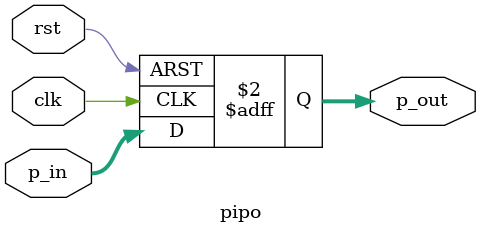
<source format=v>
module pipo(
input clk,rst,
input [3:0] p_in,
output reg [3:0] p_out
);
always @(posedge clk or posedge rst) begin 
  if(rst) begin 
     p_out<=4'b0000;
  end
  else begin 
     p_out<=p_in;
  end
end
endmodule 

</source>
